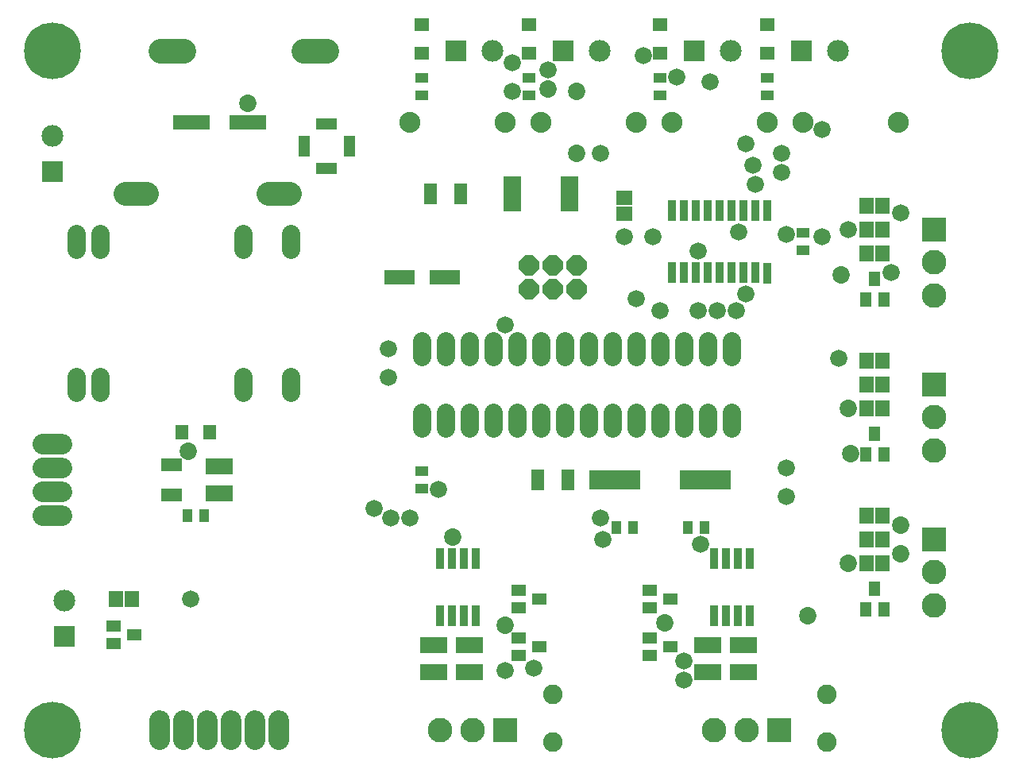
<source format=gts>
G75*
G70*
%OFA0B0*%
%FSLAX24Y24*%
%IPPOS*%
%LPD*%
%AMOC8*
5,1,8,0,0,1.08239X$1,22.5*
%
%ADD10R,0.0912X0.0912*%
%ADD11C,0.0912*%
%ADD12R,0.1261X0.0631*%
%ADD13R,0.0592X0.0671*%
%ADD14C,0.0880*%
%ADD15R,0.0867X0.0552*%
%ADD16C,0.0760*%
%ADD17R,0.0671X0.0592*%
%ADD18R,0.0552X0.0395*%
%ADD19R,0.2180X0.0840*%
%ADD20R,0.0395X0.0552*%
%ADD21R,0.1030X0.1030*%
%ADD22C,0.1030*%
%ADD23R,0.1143X0.0710*%
%ADD24R,0.0552X0.0631*%
%ADD25OC8,0.0840*%
%ADD26R,0.0474X0.0631*%
%ADD27R,0.0631X0.0474*%
%ADD28C,0.0880*%
%ADD29R,0.1576X0.0631*%
%ADD30R,0.0552X0.0867*%
%ADD31R,0.0867X0.0513*%
%ADD32R,0.0513X0.0867*%
%ADD33R,0.0780X0.1480*%
%ADD34C,0.0990*%
%ADD35C,0.2380*%
%ADD36R,0.0340X0.0880*%
%ADD37C,0.0820*%
%ADD38R,0.0631X0.0552*%
%ADD39C,0.1030*%
%ADD40C,0.0730*%
%ADD41C,0.0720*%
D10*
X002681Y006404D03*
X002181Y025904D03*
X019111Y030974D03*
X023611Y030974D03*
X029111Y030974D03*
X033611Y030974D03*
D11*
X035129Y030974D03*
X030629Y030974D03*
X025129Y030974D03*
X020629Y030974D03*
X002181Y027422D03*
X002681Y007922D03*
D12*
X016737Y021474D03*
X018626Y021474D03*
D13*
X005516Y007974D03*
X004847Y007974D03*
X036347Y009474D03*
X037016Y009474D03*
X037016Y010474D03*
X036347Y010474D03*
X036347Y011474D03*
X037016Y011474D03*
X037016Y015974D03*
X036347Y015974D03*
X036347Y016974D03*
X037016Y016974D03*
X037016Y017974D03*
X036347Y017974D03*
X036347Y022474D03*
X037016Y022474D03*
X037016Y023474D03*
X036347Y023474D03*
X036347Y024474D03*
X037016Y024474D03*
D14*
X037681Y027974D03*
X033681Y027974D03*
X032181Y027974D03*
X028181Y027974D03*
X026681Y027974D03*
X022681Y027974D03*
X021181Y027974D03*
X017181Y027974D03*
D15*
X007181Y013604D03*
X007181Y012344D03*
D16*
X004181Y016634D02*
X004181Y017314D01*
X003181Y017314D02*
X003181Y016634D01*
X010181Y016634D02*
X010181Y017314D01*
X012181Y017314D02*
X012181Y016634D01*
X017681Y015814D02*
X017681Y015134D01*
X018681Y015134D02*
X018681Y015814D01*
X019681Y015814D02*
X019681Y015134D01*
X020681Y015134D02*
X020681Y015814D01*
X021681Y015814D02*
X021681Y015134D01*
X022681Y015134D02*
X022681Y015814D01*
X023681Y015814D02*
X023681Y015134D01*
X024681Y015134D02*
X024681Y015814D01*
X025681Y015814D02*
X025681Y015134D01*
X026681Y015134D02*
X026681Y015814D01*
X027681Y015814D02*
X027681Y015134D01*
X028681Y015134D02*
X028681Y015814D01*
X029681Y015814D02*
X029681Y015134D01*
X030681Y015134D02*
X030681Y015814D01*
X030681Y018134D02*
X030681Y018814D01*
X029681Y018814D02*
X029681Y018134D01*
X028681Y018134D02*
X028681Y018814D01*
X027681Y018814D02*
X027681Y018134D01*
X026681Y018134D02*
X026681Y018814D01*
X025681Y018814D02*
X025681Y018134D01*
X024681Y018134D02*
X024681Y018814D01*
X023681Y018814D02*
X023681Y018134D01*
X022681Y018134D02*
X022681Y018814D01*
X021681Y018814D02*
X021681Y018134D01*
X020681Y018134D02*
X020681Y018814D01*
X019681Y018814D02*
X019681Y018134D01*
X018681Y018134D02*
X018681Y018814D01*
X017681Y018814D02*
X017681Y018134D01*
X012181Y022634D02*
X012181Y023314D01*
X010181Y023314D02*
X010181Y022634D01*
X004181Y022634D02*
X004181Y023314D01*
X003181Y023314D02*
X003181Y022634D01*
D17*
X026181Y024139D03*
X026181Y024808D03*
D18*
X027681Y029119D03*
X027681Y029828D03*
X032181Y029828D03*
X032181Y029119D03*
X033681Y023328D03*
X033681Y022619D03*
X022181Y029119D03*
X022181Y029828D03*
X017681Y029828D03*
X017681Y029119D03*
X017681Y013328D03*
X017681Y012619D03*
D19*
X025781Y012974D03*
X029581Y012974D03*
D20*
X029536Y010974D03*
X028827Y010974D03*
X026536Y010974D03*
X025827Y010974D03*
X008536Y011474D03*
X007827Y011474D03*
D21*
X021181Y002474D03*
X032681Y002474D03*
X039181Y010474D03*
X039181Y016974D03*
X039181Y023474D03*
D22*
X039181Y022096D03*
X039181Y020718D03*
X039181Y015596D03*
X039181Y014218D03*
X039181Y009096D03*
X039181Y007718D03*
X031303Y002474D03*
X029926Y002474D03*
X019803Y002474D03*
X018426Y002474D03*
D23*
X018181Y004923D03*
X019681Y004923D03*
X019681Y006025D03*
X018181Y006025D03*
X009181Y012423D03*
X009181Y013525D03*
X029681Y006025D03*
X031181Y006025D03*
X031181Y004923D03*
X029681Y004923D03*
D24*
X008772Y014974D03*
X007591Y014974D03*
D25*
X022181Y020974D03*
X022181Y021974D03*
X023181Y021974D03*
X024181Y021974D03*
X024181Y020974D03*
X023181Y020974D03*
D26*
X036307Y020541D03*
X037055Y020541D03*
X036681Y021407D03*
X036681Y014907D03*
X036307Y014041D03*
X037055Y014041D03*
X036681Y008407D03*
X036307Y007541D03*
X037055Y007541D03*
D27*
X028114Y007974D03*
X027248Y008348D03*
X027248Y007600D03*
X027248Y006348D03*
X028114Y005974D03*
X027248Y005600D03*
X022614Y005974D03*
X021748Y006348D03*
X021748Y005600D03*
X021748Y007600D03*
X022614Y007974D03*
X021748Y008348D03*
X005614Y006474D03*
X004748Y006848D03*
X004748Y006100D03*
D28*
X006681Y002874D02*
X006681Y002074D01*
X007681Y002074D02*
X007681Y002874D01*
X008681Y002874D02*
X008681Y002074D01*
X009681Y002074D02*
X009681Y002874D01*
X010681Y002874D02*
X010681Y002074D01*
X011681Y002074D02*
X011681Y002874D01*
X002581Y011474D02*
X001781Y011474D01*
X001781Y012474D02*
X002581Y012474D01*
X002581Y013474D02*
X001781Y013474D01*
X001781Y014474D02*
X002581Y014474D01*
D29*
X008000Y027974D03*
X010363Y027974D03*
D30*
X018051Y024974D03*
X019311Y024974D03*
X022551Y012974D03*
X023811Y012974D03*
D31*
X013681Y026029D03*
X013681Y027919D03*
D32*
X012737Y026974D03*
X014626Y026974D03*
D33*
X021481Y024974D03*
X023881Y024974D03*
D34*
X012136Y024974D02*
X011226Y024974D01*
X006136Y024974D02*
X005226Y024974D01*
D35*
X002181Y002474D03*
X002181Y030974D03*
X040681Y030974D03*
X040681Y002474D03*
D36*
X031431Y007264D03*
X030931Y007264D03*
X030431Y007264D03*
X029931Y007264D03*
X029931Y009684D03*
X030431Y009684D03*
X030931Y009684D03*
X031431Y009684D03*
X019931Y009684D03*
X019431Y009684D03*
X018931Y009684D03*
X018431Y009684D03*
X018431Y007264D03*
X018931Y007264D03*
X019431Y007264D03*
X019931Y007264D03*
X028181Y021669D03*
X028681Y021669D03*
X029181Y021669D03*
X029681Y021669D03*
X030181Y021669D03*
X030681Y021669D03*
X031181Y021669D03*
X031681Y021669D03*
X032181Y021654D03*
X032181Y024279D03*
X031681Y024279D03*
X031181Y024279D03*
X030681Y024279D03*
X030181Y024279D03*
X029681Y024279D03*
X029181Y024279D03*
X028681Y024279D03*
X028181Y024279D03*
D37*
X023181Y003974D03*
X023181Y001974D03*
X034681Y001974D03*
X034681Y003974D03*
D38*
X032181Y030883D03*
X032181Y032064D03*
X027681Y032064D03*
X027681Y030883D03*
X022181Y030883D03*
X022181Y032064D03*
X017681Y032064D03*
X017681Y030883D03*
D39*
X013656Y030974D02*
X012706Y030974D01*
X007656Y030974D02*
X006706Y030974D01*
D40*
X010381Y028774D03*
X022981Y029374D03*
X024181Y029274D03*
X024181Y026674D03*
X035281Y021574D03*
X035581Y015974D03*
X035681Y014074D03*
X037781Y011074D03*
X037781Y009874D03*
X035581Y009474D03*
X033881Y007274D03*
X027881Y006974D03*
X021181Y006874D03*
X018981Y010574D03*
X007881Y014174D03*
D41*
X007981Y007974D03*
X015681Y011774D03*
X016381Y011374D03*
X017181Y011374D03*
X018381Y012574D03*
X016281Y017274D03*
X016281Y018474D03*
X021181Y019474D03*
X026181Y023174D03*
X027381Y023174D03*
X029281Y022574D03*
X030981Y023374D03*
X032981Y023274D03*
X034481Y023174D03*
X035581Y023474D03*
X037781Y024174D03*
X037381Y021674D03*
X035181Y018074D03*
X030881Y020074D03*
X030081Y020074D03*
X029281Y020074D03*
X027681Y020074D03*
X026681Y020574D03*
X031281Y020774D03*
X031681Y025374D03*
X031581Y026174D03*
X031281Y027074D03*
X032781Y026674D03*
X032781Y025874D03*
X034481Y027674D03*
X029781Y029674D03*
X028381Y029874D03*
X026981Y030774D03*
X022981Y030174D03*
X021481Y030474D03*
X021481Y029274D03*
X025181Y026674D03*
X032981Y013474D03*
X032981Y012274D03*
X029381Y010274D03*
X025281Y010474D03*
X025181Y011374D03*
X028681Y005374D03*
X028681Y004574D03*
X022381Y005074D03*
X021181Y004974D03*
M02*

</source>
